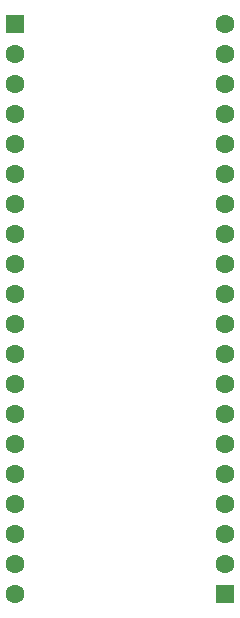
<source format=gbr>
%TF.GenerationSoftware,Altium Limited,Altium Designer,23.10.1 (27)*%
G04 Layer_Color=8388736*
%FSLAX45Y45*%
%MOMM*%
%TF.SameCoordinates,7A70C931-5BDF-4ABD-901A-901AFED5F3BC*%
%TF.FilePolarity,Negative*%
%TF.FileFunction,Soldermask,Top*%
%TF.Part,Single*%
G01*
G75*
%TA.AperFunction,ComponentPad*%
%ADD10C,1.60000*%
%ADD11R,1.60000X1.60000*%
D10*
X889000Y4976500D02*
D03*
Y4722500D02*
D03*
Y4468500D02*
D03*
Y4214500D02*
D03*
Y3960500D02*
D03*
Y3706500D02*
D03*
Y3452500D02*
D03*
Y3198500D02*
D03*
Y2944500D02*
D03*
Y2690500D02*
D03*
Y2436500D02*
D03*
Y2182500D02*
D03*
Y1928500D02*
D03*
Y1674500D02*
D03*
Y1420500D02*
D03*
Y1166500D02*
D03*
Y912500D02*
D03*
Y658500D02*
D03*
Y404500D02*
D03*
X-889000Y150500D02*
D03*
Y404500D02*
D03*
Y658500D02*
D03*
Y912500D02*
D03*
Y1166500D02*
D03*
Y1420500D02*
D03*
Y1674500D02*
D03*
Y1928500D02*
D03*
Y2182500D02*
D03*
Y2436500D02*
D03*
Y2690500D02*
D03*
Y2944500D02*
D03*
Y3198500D02*
D03*
Y3452500D02*
D03*
Y3706500D02*
D03*
Y3960500D02*
D03*
Y4214500D02*
D03*
Y4468500D02*
D03*
Y4722500D02*
D03*
D11*
X889000Y150500D02*
D03*
X-889000Y4976500D02*
D03*
%TF.MD5,588fc5289a1d36e23de574ef73b60489*%
M02*

</source>
